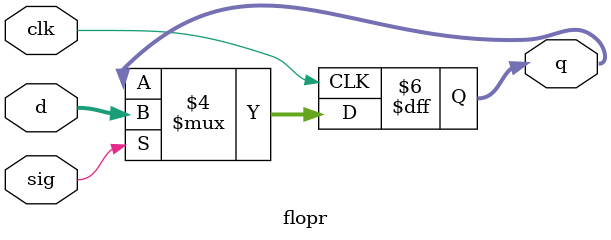
<source format=v>
module flopr(clk, sig, d, q);
    parameter width=32;
    input clk;
    input sig;
    input [width-1:0] d;
    output reg [width-1:0] q;
    initial
    begin
        q <= 0;
    end

    always @(negedge clk)
        if (sig==1)
            q <= d;
endmodule
</source>
